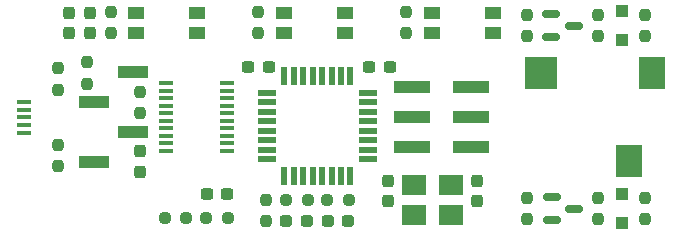
<source format=gbr>
%TF.GenerationSoftware,KiCad,Pcbnew,(6.0.7)*%
%TF.CreationDate,2023-01-18T14:59:31-05:00*%
%TF.ProjectId,microkfd,6d696372-6f6b-4666-942e-6b696361645f,E*%
%TF.SameCoordinates,Original*%
%TF.FileFunction,Paste,Top*%
%TF.FilePolarity,Positive*%
%FSLAX46Y46*%
G04 Gerber Fmt 4.6, Leading zero omitted, Abs format (unit mm)*
G04 Created by KiCad (PCBNEW (6.0.7)) date 2023-01-18 14:59:31*
%MOMM*%
%LPD*%
G01*
G04 APERTURE LIST*
G04 Aperture macros list*
%AMRoundRect*
0 Rectangle with rounded corners*
0 $1 Rounding radius*
0 $2 $3 $4 $5 $6 $7 $8 $9 X,Y pos of 4 corners*
0 Add a 4 corners polygon primitive as box body*
4,1,4,$2,$3,$4,$5,$6,$7,$8,$9,$2,$3,0*
0 Add four circle primitives for the rounded corners*
1,1,$1+$1,$2,$3*
1,1,$1+$1,$4,$5*
1,1,$1+$1,$6,$7*
1,1,$1+$1,$8,$9*
0 Add four rect primitives between the rounded corners*
20,1,$1+$1,$2,$3,$4,$5,0*
20,1,$1+$1,$4,$5,$6,$7,0*
20,1,$1+$1,$6,$7,$8,$9,0*
20,1,$1+$1,$8,$9,$2,$3,0*%
G04 Aperture macros list end*
%ADD10RoundRect,0.237500X0.287500X0.237500X-0.287500X0.237500X-0.287500X-0.237500X0.287500X-0.237500X0*%
%ADD11RoundRect,0.150000X-0.587500X-0.150000X0.587500X-0.150000X0.587500X0.150000X-0.587500X0.150000X0*%
%ADD12RoundRect,0.237500X0.237500X-0.300000X0.237500X0.300000X-0.237500X0.300000X-0.237500X-0.300000X0*%
%ADD13R,1.200000X0.400000*%
%ADD14RoundRect,0.237500X0.237500X-0.250000X0.237500X0.250000X-0.237500X0.250000X-0.237500X-0.250000X0*%
%ADD15RoundRect,0.237500X-0.250000X-0.237500X0.250000X-0.237500X0.250000X0.237500X-0.250000X0.237500X0*%
%ADD16RoundRect,0.237500X-0.237500X0.250000X-0.237500X-0.250000X0.237500X-0.250000X0.237500X0.250000X0*%
%ADD17RoundRect,0.237500X-0.300000X-0.237500X0.300000X-0.237500X0.300000X0.237500X-0.300000X0.237500X0*%
%ADD18RoundRect,0.237500X-0.237500X0.300000X-0.237500X-0.300000X0.237500X-0.300000X0.237500X0.300000X0*%
%ADD19R,2.510000X1.000000*%
%ADD20R,2.100000X1.800000*%
%ADD21R,2.200000X2.800000*%
%ADD22R,2.800000X2.800000*%
%ADD23RoundRect,0.237500X0.300000X0.237500X-0.300000X0.237500X-0.300000X-0.237500X0.300000X-0.237500X0*%
%ADD24R,0.550000X1.600000*%
%ADD25R,1.600000X0.550000*%
%ADD26R,1.300000X0.450000*%
%ADD27R,1.450000X1.000000*%
%ADD28R,1.000000X1.000000*%
%ADD29R,3.150000X1.000000*%
G04 APERTURE END LIST*
D10*
%TO.C,D2*%
X127875000Y-108750000D03*
X126125000Y-108750000D03*
%TD*%
D11*
%TO.C,Q2*%
X145125000Y-106800000D03*
X145125000Y-108700000D03*
X147000000Y-107750000D03*
%TD*%
D12*
%TO.C,C10*%
X138750000Y-107112500D03*
X138750000Y-105387500D03*
%TD*%
D13*
%TO.C,U1*%
X117600000Y-102857500D03*
X117600000Y-102222500D03*
X117600000Y-101587500D03*
X117600000Y-100952500D03*
X117600000Y-100317500D03*
X117600000Y-99682500D03*
X117600000Y-99047500D03*
X117600000Y-98412500D03*
X117600000Y-97777500D03*
X117600000Y-97142500D03*
X112400000Y-97142500D03*
X112400000Y-97777500D03*
X112400000Y-98412500D03*
X112400000Y-99047500D03*
X112400000Y-99682500D03*
X112400000Y-100317500D03*
X112400000Y-100952500D03*
X112400000Y-101587500D03*
X112400000Y-102222500D03*
X112400000Y-102857500D03*
%TD*%
D14*
%TO.C,R5*%
X105750000Y-97162500D03*
X105750000Y-95337500D03*
%TD*%
D15*
%TO.C,R7*%
X115837500Y-108500000D03*
X117662500Y-108500000D03*
%TD*%
D16*
%TO.C,R16*%
X120250000Y-91087500D03*
X120250000Y-92912500D03*
%TD*%
D17*
%TO.C,C7*%
X119387500Y-95750000D03*
X121112500Y-95750000D03*
%TD*%
D16*
%TO.C,R4*%
X110250000Y-97837500D03*
X110250000Y-99662500D03*
%TD*%
%TO.C,R13*%
X143000000Y-106837500D03*
X143000000Y-108662500D03*
%TD*%
D15*
%TO.C,R9*%
X126087500Y-107000000D03*
X127912500Y-107000000D03*
%TD*%
D18*
%TO.C,C5*%
X110250000Y-102887500D03*
X110250000Y-104612500D03*
%TD*%
D16*
%TO.C,R2*%
X103250000Y-102337500D03*
X103250000Y-104162500D03*
%TD*%
D19*
%TO.C,J3*%
X106345000Y-103810000D03*
X109655000Y-101270000D03*
X106345000Y-98730000D03*
X109655000Y-96190000D03*
%TD*%
D20*
%TO.C,Y1*%
X133450000Y-108250000D03*
X136550000Y-108250000D03*
X136550000Y-105750000D03*
X133450000Y-105750000D03*
%TD*%
D21*
%TO.C,J4*%
X151600000Y-103700000D03*
X153600000Y-96300000D03*
D22*
X144200000Y-96300000D03*
%TD*%
D10*
%TO.C,D1*%
X124375000Y-108750000D03*
X122625000Y-108750000D03*
%TD*%
D23*
%TO.C,C8*%
X131362500Y-95750000D03*
X129637500Y-95750000D03*
%TD*%
D24*
%TO.C,U2*%
X122450000Y-105000000D03*
X123250000Y-105000000D03*
X124050000Y-105000000D03*
X124850000Y-105000000D03*
X125650000Y-105000000D03*
X126450000Y-105000000D03*
X127250000Y-105000000D03*
X128050000Y-105000000D03*
D25*
X129500000Y-103550000D03*
X129500000Y-102750000D03*
X129500000Y-101950000D03*
X129500000Y-101150000D03*
X129500000Y-100350000D03*
X129500000Y-99550000D03*
X129500000Y-98750000D03*
X129500000Y-97950000D03*
D24*
X128050000Y-96500000D03*
X127250000Y-96500000D03*
X126450000Y-96500000D03*
X125650000Y-96500000D03*
X124850000Y-96500000D03*
X124050000Y-96500000D03*
X123250000Y-96500000D03*
X122450000Y-96500000D03*
D25*
X121000000Y-97950000D03*
X121000000Y-98750000D03*
X121000000Y-99550000D03*
X121000000Y-100350000D03*
X121000000Y-101150000D03*
X121000000Y-101950000D03*
X121000000Y-102750000D03*
X121000000Y-103550000D03*
%TD*%
D12*
%TO.C,C2*%
X106000000Y-92862500D03*
X106000000Y-91137500D03*
%TD*%
D26*
%TO.C,J1*%
X100400000Y-98700000D03*
X100400000Y-99350000D03*
X100400000Y-100000000D03*
X100400000Y-100650000D03*
X100400000Y-101300000D03*
%TD*%
D16*
%TO.C,R14*%
X149000000Y-91337500D03*
X149000000Y-93162500D03*
%TD*%
D27*
%TO.C,SW1*%
X134925000Y-91150000D03*
X140075000Y-91150000D03*
X134925000Y-92850000D03*
X140075000Y-92850000D03*
%TD*%
D12*
%TO.C,C4*%
X104250000Y-92862500D03*
X104250000Y-91137500D03*
%TD*%
D15*
%TO.C,R8*%
X122587500Y-107000000D03*
X124412500Y-107000000D03*
%TD*%
D16*
%TO.C,R3*%
X120900000Y-106987500D03*
X120900000Y-108812500D03*
%TD*%
D15*
%TO.C,R6*%
X112337500Y-108500000D03*
X114162500Y-108500000D03*
%TD*%
D28*
%TO.C,D3*%
X151000000Y-91000000D03*
X151000000Y-93500000D03*
%TD*%
D18*
%TO.C,C9*%
X131250000Y-105387500D03*
X131250000Y-107112500D03*
%TD*%
D16*
%TO.C,R10*%
X132750000Y-91087500D03*
X132750000Y-92912500D03*
%TD*%
D27*
%TO.C,SW3*%
X122425000Y-91150000D03*
X127575000Y-91150000D03*
X122425000Y-92850000D03*
X127575000Y-92850000D03*
%TD*%
D14*
%TO.C,R15*%
X149000000Y-108662500D03*
X149000000Y-106837500D03*
%TD*%
%TO.C,R1*%
X103250000Y-97662500D03*
X103250000Y-95837500D03*
%TD*%
D29*
%TO.C,J2*%
X133225000Y-97460000D03*
X138275000Y-97460000D03*
X133225000Y-100000000D03*
X138275000Y-100000000D03*
X133225000Y-102540000D03*
X138275000Y-102540000D03*
%TD*%
D16*
%TO.C,R11*%
X107750000Y-91087500D03*
X107750000Y-92912500D03*
%TD*%
%TO.C,R12*%
X143000000Y-91337500D03*
X143000000Y-93162500D03*
%TD*%
D14*
%TO.C,R17*%
X153000000Y-93162500D03*
X153000000Y-91337500D03*
%TD*%
D28*
%TO.C,D4*%
X151000000Y-109000000D03*
X151000000Y-106500000D03*
%TD*%
D16*
%TO.C,R18*%
X153000000Y-106837500D03*
X153000000Y-108662500D03*
%TD*%
D27*
%TO.C,SW2*%
X109925000Y-91150000D03*
X115075000Y-91150000D03*
X115075000Y-92850000D03*
X109925000Y-92850000D03*
%TD*%
D17*
%TO.C,C6*%
X115887500Y-106500000D03*
X117612500Y-106500000D03*
%TD*%
D11*
%TO.C,Q1*%
X145062500Y-91300000D03*
X145062500Y-93200000D03*
X146937500Y-92250000D03*
%TD*%
M02*

</source>
